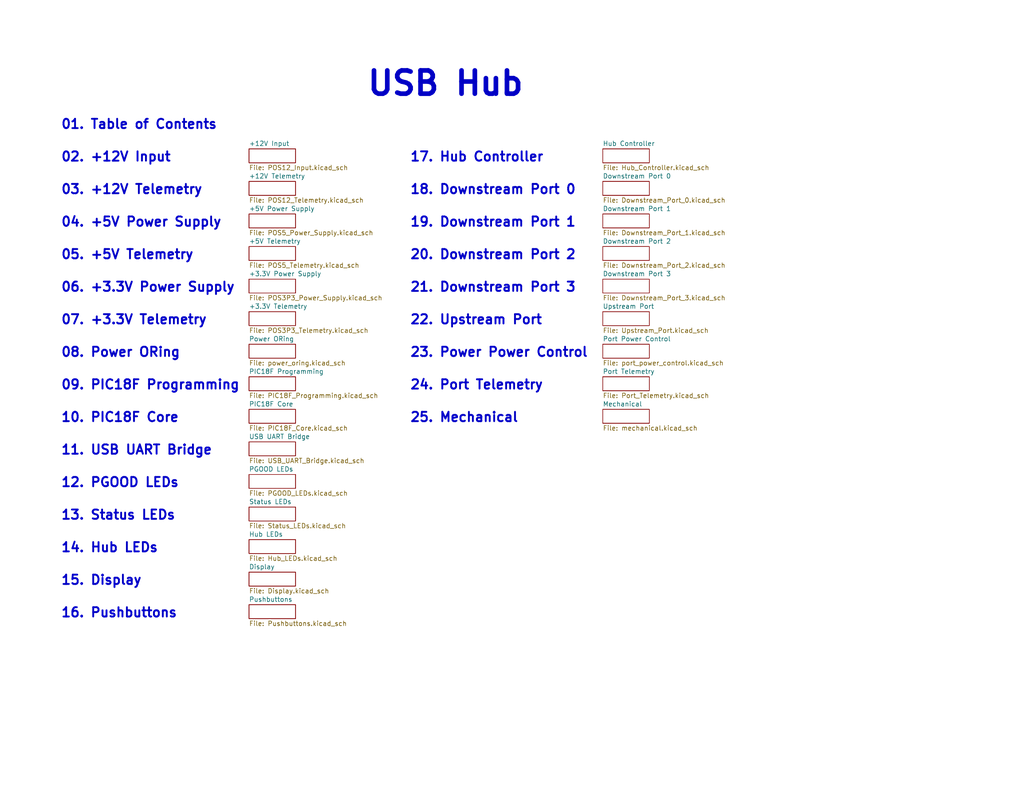
<source format=kicad_sch>
(kicad_sch (version 20230121) (generator eeschema)
  (paper "A")
  (title_block (title "USB Hub") (date "2023-08-20") (rev "PRELIM") (company "Drew Maatman"))
  (lib_symbols)
  (text "13. Status LEDs" (at 16.51 142.24 0) (effects (font (size 2.54 2.54) (thickness 0.508) bold) (justify left bottom)))
  (text "18. Downstream Port 0" (at 111.76 53.34 0) (effects (font (size 2.54 2.54) (thickness 0.508) bold) (justify left bottom)))
  (text "08. Power ORing" (at 16.51 97.79 0) (effects (font (size 2.54 2.54) (thickness 0.508) bold) (justify left bottom)))
  (text "04. +5V Power Supply" (at 16.51 62.23 0) (effects (font (size 2.54 2.54) (thickness 0.508) bold) (justify left bottom)))
  (text "09. PIC18F Programming" (at 16.51 106.68 0) (effects (font (size 2.54 2.54) (thickness 0.508) bold) (justify left bottom)))
  (text "17. Hub Controller" (at 111.76 44.45 0) (effects (font (size 2.54 2.54) (thickness 0.508) bold) (justify left bottom)))
  (text "12. PGOOD LEDs" (at 16.51 133.35 0) (effects (font (size 2.54 2.54) (thickness 0.508) bold) (justify left bottom)))
  (text "21. Downstream Port 3" (at 111.76 80.01 0) (effects (font (size 2.54 2.54) (thickness 0.508) bold) (justify left bottom)))
  (text "14. Hub LEDs" (at 16.51 151.13 0) (effects (font (size 2.54 2.54) (thickness 0.508) bold) (justify left bottom)))
  (text "16. Pushbuttons" (at 16.51 168.91 0) (effects (font (size 2.54 2.54) (thickness 0.508) bold) (justify left bottom)))
  (text "20. Downstream Port 2" (at 111.76 71.12 0) (effects (font (size 2.54 2.54) (thickness 0.508) bold) (justify left bottom)))
  (text "03. +12V Telemetry" (at 16.51 53.34 0) (effects (font (size 2.54 2.54) (thickness 0.508) bold) (justify left bottom)))
  (text "01. Table of Contents" (at 16.51 35.56 0) (effects (font (size 2.54 2.54) (thickness 0.508) bold) (justify left bottom)))
  (text "22. Upstream Port" (at 111.76 88.9 0) (effects (font (size 2.54 2.54) (thickness 0.508) bold) (justify left bottom)))
  (text "15. Display" (at 16.51 160.02 0) (effects (font (size 2.54 2.54) (thickness 0.508) bold) (justify left bottom)))
  (text "USB Hub" (at 99.695 26.67 0) (effects (font (size 6.35 6.35) (thickness 1.27) bold) (justify left bottom)))
  (text "06. +3.3V Power Supply" (at 16.51 80.01 0) (effects (font (size 2.54 2.54) (thickness 0.508) bold) (justify left bottom)))
  (text "24. Port Telemetry" (at 111.76 106.68 0) (effects (font (size 2.54 2.54) (thickness 0.508) bold) (justify left bottom)))
  (text "23. Power Power Control" (at 111.76 97.79 0) (effects (font (size 2.54 2.54) (thickness 0.508) bold) (justify left bottom)))
  (text "19. Downstream Port 1" (at 111.76 62.23 0) (effects (font (size 2.54 2.54) (thickness 0.508) bold) (justify left bottom)))
  (text "25. Mechanical" (at 111.76 115.57 0) (effects (font (size 2.54 2.54) (thickness 0.508) bold) (justify left bottom)))
  (text "02. +12V Input" (at 16.51 44.45 0) (effects (font (size 2.54 2.54) (thickness 0.508) bold) (justify left bottom)))
  (text "11. USB UART Bridge" (at 16.51 124.46 0) (effects (font (size 2.54 2.54) (thickness 0.508) bold) (justify left bottom)))
  (text "10. PIC18F Core" (at 16.51 115.57 0) (effects (font (size 2.54 2.54) (thickness 0.508) bold) (justify left bottom)))
  (text "05. +5V Telemetry" (at 16.51 71.12 0) (effects (font (size 2.54 2.54) (thickness 0.508) bold) (justify left bottom)))
  (text "07. +3.3V Telemetry" (at 16.51 88.9 0) (effects (font (size 2.54 2.54) (thickness 0.508) bold) (justify left bottom)))
  (sheet (at 67.945 40.64) (size 12.7 3.81)
    (property "Sheetname" "+12V Input" (at 67.945 39.9284 0) (effects (justify left bottom)))
    (property "Sheetfile" "POS12_Input.kicad_sch" (at 67.945 45.0346 0) (effects (justify left top)))
  )
  (sheet (at 67.945 49.53) (size 12.7 3.81)
    (property "Sheetname" "+12V Telemetry" (at 67.945 48.8184 0) (effects (justify left bottom)))
    (property "Sheetfile" "POS12_Telemetry.kicad_sch" (at 67.945 53.9246 0) (effects (justify left top)))
  )
  (sheet (at 67.945 58.42) (size 12.7 3.81)
    (property "Sheetname" "+5V Power Supply" (at 67.945 57.7084 0) (effects (justify left bottom)))
    (property "Sheetfile" "POS5_Power_Supply.kicad_sch" (at 67.945 62.8146 0) (effects (justify left top)))
  )
  (sheet (at 67.945 67.31) (size 12.7 3.81)
    (property "Sheetname" "+5V Telemetry" (at 67.945 66.5984 0) (effects (justify left bottom)))
    (property "Sheetfile" "POS5_Telemetry.kicad_sch" (at 67.945 71.7046 0) (effects (justify left top)))
  )
  (sheet (at 67.945 102.87) (size 12.7 3.81)
    (property "Sheetname" "PIC18F Programming" (at 67.945 102.1584 0) (effects (justify left bottom)))
    (property "Sheetfile" "PIC18F_Programming.kicad_sch" (at 67.945 107.2646 0) (effects (justify left top)))
  )
  (sheet (at 67.945 111.76) (size 12.7 3.81)
    (property "Sheetname" "PIC18F Core" (at 67.945 111.0484 0) (effects (justify left bottom)))
    (property "Sheetfile" "PIC18F_Core.kicad_sch" (at 67.945 116.1546 0) (effects (justify left top)))
  )
  (sheet (at 67.945 120.65) (size 12.7 3.81)
    (property "Sheetname" "USB UART Bridge" (at 67.945 119.9384 0) (effects (justify left bottom)))
    (property "Sheetfile" "USB_UART_Bridge.kicad_sch" (at 67.945 125.0446 0) (effects (justify left top)))
  )
  (sheet (at 164.465 40.64) (size 12.7 3.81)
    (property "Sheetname" "Hub Controller" (at 164.465 39.9284 0) (effects (justify left bottom)))
    (property "Sheetfile" "Hub_Controller.kicad_sch" (at 164.465 45.0346 0) (effects (justify left top)))
  )
  (sheet (at 164.465 49.53) (size 12.7 3.81)
    (property "Sheetname" "Downstream Port 0" (at 164.465 48.8184 0) (effects (justify left bottom)))
    (property "Sheetfile" "Downstream_Port_0.kicad_sch" (at 164.465 53.9246 0) (effects (justify left top)))
  )
  (sheet (at 164.465 58.42) (size 12.7 3.81)
    (property "Sheetname" "Downstream Port 1" (at 164.465 57.7084 0) (effects (justify left bottom)))
    (property "Sheetfile" "Downstream_Port_1.kicad_sch" (at 164.465 62.8146 0) (effects (justify left top)))
  )
  (sheet (at 164.465 67.31) (size 12.7 3.81)
    (property "Sheetname" "Downstream Port 2" (at 164.465 66.5984 0) (effects (justify left bottom)))
    (property "Sheetfile" "Downstream_Port_2.kicad_sch" (at 164.465 71.7046 0) (effects (justify left top)))
  )
  (sheet (at 164.465 76.2) (size 12.7 3.81)
    (property "Sheetname" "Downstream Port 3" (at 164.465 75.4884 0) (effects (justify left bottom)))
    (property "Sheetfile" "Downstream_Port_3.kicad_sch" (at 164.465 80.5946 0) (effects (justify left top)))
  )
  (sheet (at 164.465 85.09) (size 12.7 3.81)
    (property "Sheetname" "Upstream Port" (at 164.465 84.3784 0) (effects (justify left bottom)))
    (property "Sheetfile" "Upstream_Port.kicad_sch" (at 164.465 89.4846 0) (effects (justify left top)))
  )
  (sheet (at 67.945 129.54) (size 12.7 3.81)
    (property "Sheetname" "PGOOD LEDs" (at 67.945 128.8284 0) (effects (justify left bottom)))
    (property "Sheetfile" "PGOOD_LEDs.kicad_sch" (at 67.945 133.9346 0) (effects (justify left top)))
  )
  (sheet (at 67.945 138.43) (size 12.7 3.81)
    (property "Sheetname" "Status LEDs" (at 67.945 137.7184 0) (effects (justify left bottom)))
    (property "Sheetfile" "Status_LEDs.kicad_sch" (at 67.945 142.8246 0) (effects (justify left top)))
  )
  (sheet (at 67.945 147.32) (size 12.7 3.81)
    (property "Sheetname" "Hub LEDs" (at 67.945 146.6084 0) (effects (justify left bottom)))
    (property "Sheetfile" "Hub_LEDs.kicad_sch" (at 67.945 151.7146 0) (effects (justify left top)))
  )
  (sheet (at 67.945 156.21) (size 12.7 3.81)
    (property "Sheetname" "Display" (at 67.945 155.4984 0) (effects (justify left bottom)))
    (property "Sheetfile" "Display.kicad_sch" (at 67.945 160.6046 0) (effects (justify left top)))
  )
  (sheet (at 67.945 165.1) (size 12.7 3.81)
    (property "Sheetname" "Pushbuttons" (at 67.945 164.3884 0) (effects (justify left bottom)))
    (property "Sheetfile" "Pushbuttons.kicad_sch" (at 67.945 169.4946 0) (effects (justify left top)))
  )
  (sheet (at 164.465 111.76) (size 12.7 3.81) (stroke (width 0.1524))
    (property "Sheetname" "Mechanical" (at 164.465 111.0484 0) (effects (justify left bottom)))
    (property "Sheetfile" "mechanical.kicad_sch" (at 164.465 116.1546 0) (effects (justify left top)))
  )
  (sheet (at 67.945 76.2) (size 12.7 3.81) (stroke (width 0.1524))
    (property "Sheetname" "+3.3V Power Supply" (at 67.945 75.4884 0) (effects (justify left bottom)))
    (property "Sheetfile" "POS3P3_Power_Supply.kicad_sch" (at 67.945 80.5946 0) (effects (justify left top)))
  )
  (sheet (at 164.465 93.98) (size 12.7 3.81) (stroke (width 0.1524))
    (property "Sheetname" "Port Power Control" (at 164.465 93.2684 0) (effects (justify left bottom)))
    (property "Sheetfile" "port_power_control.kicad_sch" (at 164.465 98.3746 0) (effects (justify left top)))
  )
  (sheet (at 67.945 93.98) (size 12.7 3.81) (stroke (width 0.1524))
    (property "Sheetname" "Power ORing" (at 67.945 93.2684 0) (effects (justify left bottom)))
    (property "Sheetfile" "power_oring.kicad_sch" (at 67.945 98.3746 0) (effects (justify left top)))
  )
  (sheet (at 67.945 85.09) (size 12.7 3.81) (stroke (width 0.1524))
    (property "Sheetname" "+3.3V Telemetry" (at 67.945 84.3784 0) (effects (justify left bottom)))
    (property "Sheetfile" "POS3P3_Telemetry.kicad_sch" (at 67.945 89.4846 0) (effects (justify left top)))
  )
  (sheet (at 164.465 102.87) (size 12.7 3.81) (stroke (width 0.1524))
    (property "Sheetname" "Port Telemetry" (at 164.465 102.1584 0) (effects (justify left bottom)))
    (property "Sheetfile" "Port_Telemetry.kicad_sch" (at 164.465 107.2646 0) (effects (justify left top)))
  )
)
</source>
